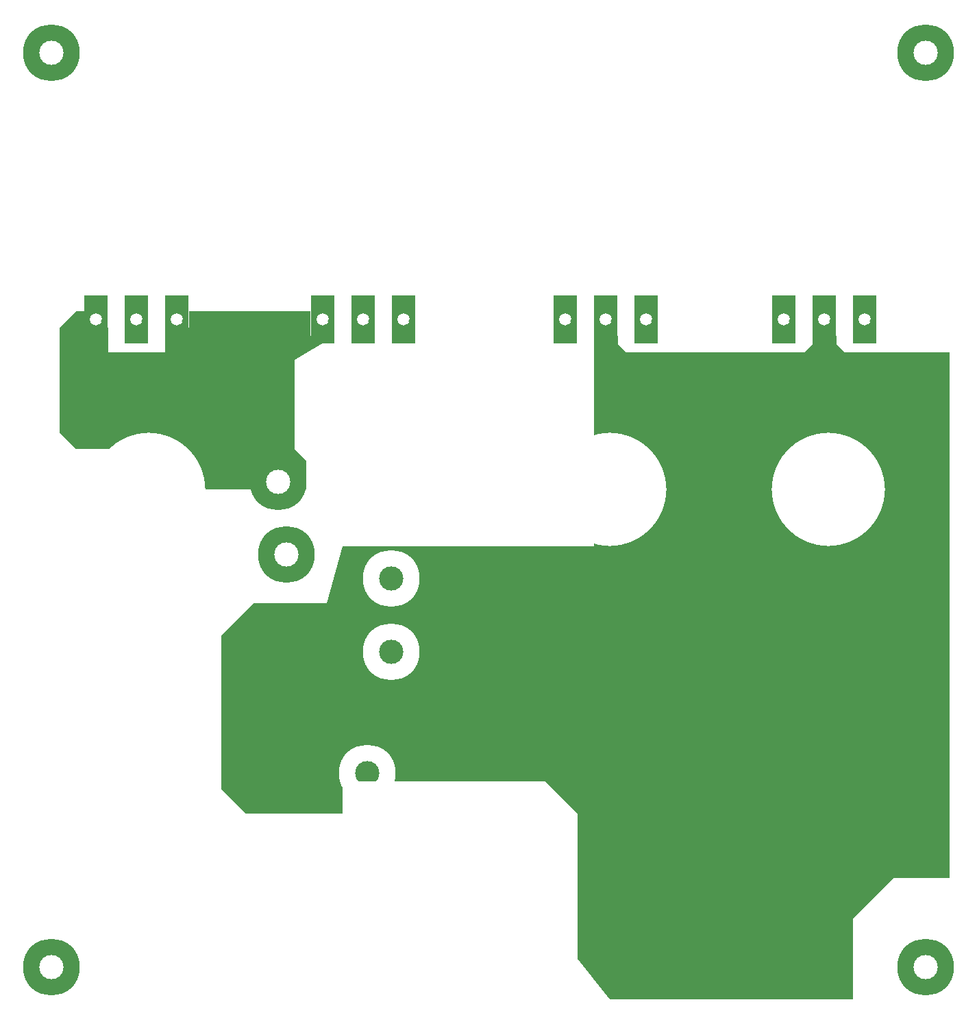
<source format=gbr>
G04 Bottom layer of Cree evaluation board*
%FSLAX32Y32*%
%MOMM*%
%ADD10C,7.00X3.00*%
%ADD11C,14.00*%
%ADD22R,3.0X6.0X1.5*%
%ADD23O,3.0X6.0X1.5*%
%ADD24R,8.0X8.0*%
G04 top layer main region 1*
%LPD*%
G01*
G36*
X11700Y01700D02*
X11000Y01700D01*
X10500Y01200D01*
X10500Y00200D01*
X07500Y00200D01*
X07100Y00700D01*
X07100Y02500D01*
X06700Y02900D01*
X04200Y02900D01*
X04200Y02500D01*
X03000Y02500D01*
X02700Y02800D01*
X02700Y04700D01*
X03100Y05100D01*
X04000Y05100D01*
X04200Y05800D01*
X07300Y05800D01*
X07300Y08400D01*
X07600Y08400D01*
X07600Y08300D01*
X07700Y08200D01*
X09900Y08200D01*
X10000Y08300D01*
X10000Y08400D01*
X10300Y08400D01*
X10300Y08300D01*
X10400Y08200D01*
X11700Y08200D01*
X11700Y01700D01*
G37*
G04 top layer main region 2*
G01*
G36*
X03750Y06500D02*
X03550Y06500D01*
X03550Y06800D01*
X03150Y06800D01*
X03150Y06500D01*
X01700Y06500D01*
X01700Y07000D01*
X00900Y07000D01*
X00700Y07200D01*
X00700Y08500D01*
X00900Y08700D01*
X01000Y08700D01*
X01000Y08500D01*
X01300Y08500D01*
X01300Y08200D01*
X02000Y08200D01*
X02000Y08500D01*
X02300Y08500D01*
X02300Y08700D01*
X03800Y08700D01*
X03800Y08400D01*
X04100Y08400D01*
X03600Y08100D01*
X03600Y07000D01*
X03750Y06850D01*
X03750Y06500D01*
G37*
G04 Flash MOSFET and DIODE patches*
D22*
X01150Y08600D03*
X01650Y08600D03*
X02150Y08600D03*
X03950Y08600D03*
X04450Y08600D03*
X04950Y08600D03*
X06950Y08600D03*
X07450Y08600D03*
X07950Y08600D03*
X09650Y08600D03*
X10150Y08600D03*
X10650Y08600D03*
G04 Flash large circular corner patches with holes*
D10*
X00600Y00600D03*
X11400Y00600D03*
X00600Y11900D03*
X11400Y11900D03*
%LPD*%
G04 Flash additional large circular patches with holes*
D10*
X03400Y06600D03*
X03500Y05700D03*
G04 Flash large holes*
%LPC*%
D11*
X01800Y06500D03*
X04500Y06500D03*
X07500Y06500D03*
X10200Y06500D03*
%LPC*%
G04 Flash additional large circular patches with holes*
D10*
X04500Y03000D03*
X04800Y04500D03*
X04800Y05400D03*
M02*

</source>
